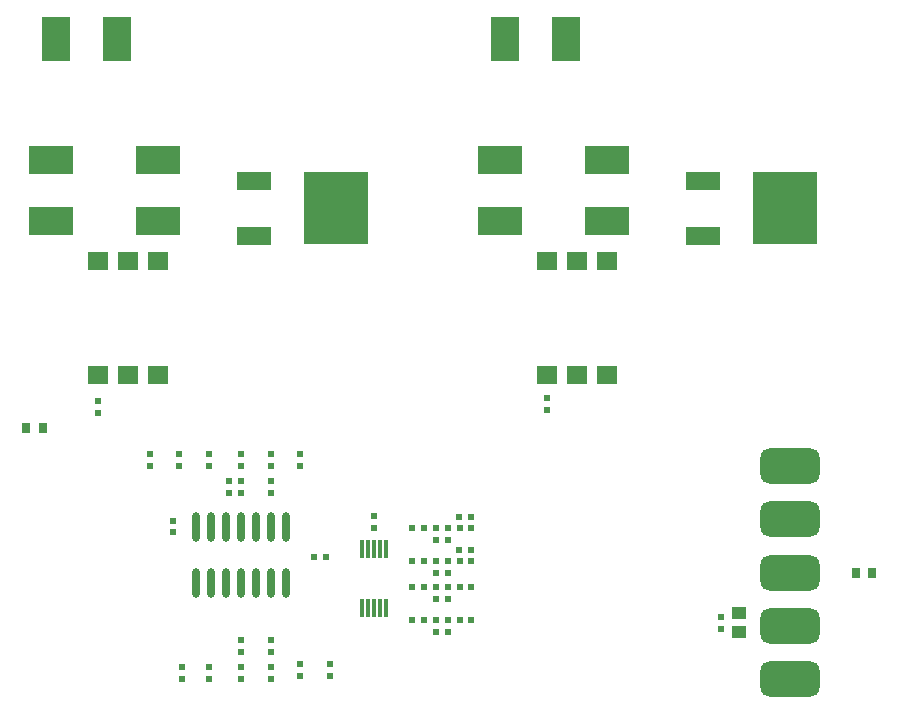
<source format=gtp>
G04*
G04 #@! TF.GenerationSoftware,Altium Limited,Altium Designer,20.1.12 (249)*
G04*
G04 Layer_Color=8421504*
%FSLAX44Y44*%
%MOMM*%
G71*
G04*
G04 #@! TF.SameCoordinates,C66115CE-68B5-461B-9334-50AF4D89B24F*
G04*
G04*
G04 #@! TF.FilePolarity,Positive*
G04*
G01*
G75*
%ADD23R,0.6000X0.5000*%
%ADD24R,0.8000X0.9000*%
%ADD25R,3.0000X1.5000*%
%ADD26R,5.4000X6.2000*%
%ADD27O,0.7000X2.5000*%
%ADD28R,0.4000X1.5000*%
G04:AMPARAMS|DCode=29|XSize=3mm|YSize=5mm|CornerRadius=0.75mm|HoleSize=0mm|Usage=FLASHONLY|Rotation=270.000|XOffset=0mm|YOffset=0mm|HoleType=Round|Shape=RoundedRectangle|*
%AMROUNDEDRECTD29*
21,1,3.0000,3.5000,0,0,270.0*
21,1,1.5000,5.0000,0,0,270.0*
1,1,1.5000,-1.7500,-0.7500*
1,1,1.5000,-1.7500,0.7500*
1,1,1.5000,1.7500,0.7500*
1,1,1.5000,1.7500,-0.7500*
%
%ADD29ROUNDEDRECTD29*%
%ADD30R,0.5000X0.6000*%
%ADD31R,3.7000X2.4500*%
%ADD32R,2.4500X3.7000*%
%ADD33R,1.3000X1.0000*%
%ADD34R,1.7000X1.6500*%
D23*
X382321Y204242D02*
D03*
X392321D02*
D03*
X382395Y176729D02*
D03*
X392395D02*
D03*
X392432Y167432D02*
D03*
X382432D02*
D03*
X342500Y117500D02*
D03*
X352500D02*
D03*
X392432Y194932D02*
D03*
X382432D02*
D03*
X259432Y170500D02*
D03*
X269432D02*
D03*
X392500Y117500D02*
D03*
X382500D02*
D03*
X342500Y145000D02*
D03*
X352500D02*
D03*
X342432Y167432D02*
D03*
X352432D02*
D03*
X392500Y145000D02*
D03*
X382500D02*
D03*
X342432Y194932D02*
D03*
X352432D02*
D03*
D24*
X15498Y280000D02*
D03*
X29498D02*
D03*
X732002Y157500D02*
D03*
X718002D02*
D03*
D25*
X208250Y488750D02*
D03*
Y442750D02*
D03*
X588250Y488750D02*
D03*
Y442750D02*
D03*
D26*
X277750Y465750D02*
D03*
X657750D02*
D03*
D27*
X159400Y149000D02*
D03*
X184800D02*
D03*
X197500D02*
D03*
X210200D02*
D03*
X222900D02*
D03*
X235600D02*
D03*
X159400Y196000D02*
D03*
X172100D02*
D03*
X184800D02*
D03*
X197500D02*
D03*
X210200D02*
D03*
X222900D02*
D03*
X235600D02*
D03*
X172100Y149000D02*
D03*
D28*
X300000Y127500D02*
D03*
X305000D02*
D03*
X310000D02*
D03*
X315000D02*
D03*
X320000D02*
D03*
X300000Y177500D02*
D03*
X305000D02*
D03*
X310000D02*
D03*
X315000D02*
D03*
X320000D02*
D03*
D29*
X662500Y247500D02*
D03*
Y202500D02*
D03*
Y157500D02*
D03*
Y112500D02*
D03*
Y67500D02*
D03*
D30*
X372432Y184932D02*
D03*
Y194932D02*
D03*
X362500Y107500D02*
D03*
Y117500D02*
D03*
X372432Y157432D02*
D03*
Y167432D02*
D03*
X197500Y67500D02*
D03*
Y77500D02*
D03*
Y247500D02*
D03*
Y257500D02*
D03*
X170000Y247500D02*
D03*
Y257500D02*
D03*
X372500Y135000D02*
D03*
Y145000D02*
D03*
X187500Y225000D02*
D03*
Y235000D02*
D03*
X247500Y247500D02*
D03*
Y257500D02*
D03*
X222500Y67500D02*
D03*
Y77500D02*
D03*
X145000Y247500D02*
D03*
Y257500D02*
D03*
X222500Y247500D02*
D03*
Y257500D02*
D03*
X170000Y67500D02*
D03*
Y77500D02*
D03*
X247500Y70000D02*
D03*
Y80000D02*
D03*
X120000Y247500D02*
D03*
Y257500D02*
D03*
X456100Y295000D02*
D03*
Y305000D02*
D03*
X222500Y235000D02*
D03*
Y225000D02*
D03*
X197500Y100000D02*
D03*
Y90000D02*
D03*
X197500Y235000D02*
D03*
Y225000D02*
D03*
X76100Y292500D02*
D03*
Y302500D02*
D03*
X222500Y100000D02*
D03*
Y90000D02*
D03*
X147500Y67500D02*
D03*
Y77500D02*
D03*
X272500Y70000D02*
D03*
Y80000D02*
D03*
X362432Y194932D02*
D03*
Y184932D02*
D03*
X604000Y110000D02*
D03*
Y120000D02*
D03*
X372500Y117500D02*
D03*
Y107500D02*
D03*
X362500Y145000D02*
D03*
Y135000D02*
D03*
X140040Y201500D02*
D03*
Y191500D02*
D03*
X362432Y167432D02*
D03*
Y157432D02*
D03*
X310000Y195000D02*
D03*
Y205000D02*
D03*
D31*
X127000Y455000D02*
D03*
Y506500D02*
D03*
X36500Y455000D02*
D03*
Y506500D02*
D03*
X507000Y455000D02*
D03*
Y506500D02*
D03*
X416500Y455000D02*
D03*
Y506500D02*
D03*
D32*
X40750Y609000D02*
D03*
X92250D02*
D03*
X420750D02*
D03*
X472250D02*
D03*
D33*
X619000Y123000D02*
D03*
Y107000D02*
D03*
D34*
X456100Y421510D02*
D03*
X481500D02*
D03*
X506900D02*
D03*
Y324990D02*
D03*
X481500D02*
D03*
X456100D02*
D03*
X76100Y421510D02*
D03*
X101500D02*
D03*
X126900D02*
D03*
Y324990D02*
D03*
X101500D02*
D03*
X76100D02*
D03*
M02*

</source>
